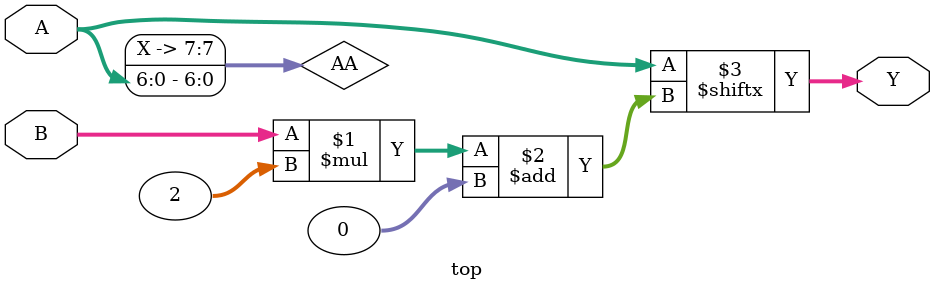
<source format=v>
module top(input [6:0] A, input [1:0] B, output [1:0] Y);
wire [7:0] AA = {1'bx, A};
assign Y = AA[B*2 +: 2];
endmodule

</source>
